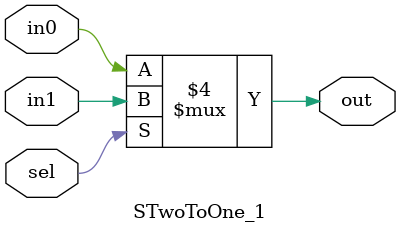
<source format=v>
module STwoToOne_1 (sel, in0, in1, out);
  input sel;
  input [0:0] in0, in1;
  output reg [0:0] out;

	always @(sel, in0, in1) begin
		if (sel == 0)
		begin
			out <= in0;
		end
		else
		begin
			out <= in1;	  
		end
	//$display($time," MuxOut: %b",out);
	end
endmodule
</source>
